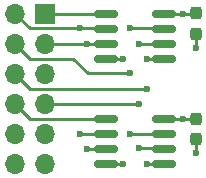
<source format=gtl>
G04 #@! TF.GenerationSoftware,KiCad,Pcbnew,6.0.1*
G04 #@! TF.CreationDate,2022-02-12T22:05:26-08:00*
G04 #@! TF.ProjectId,PMOD-PSRAM,504d4f44-2d50-4535-9241-4d2e6b696361,rev?*
G04 #@! TF.SameCoordinates,Original*
G04 #@! TF.FileFunction,Copper,L1,Top*
G04 #@! TF.FilePolarity,Positive*
%FSLAX46Y46*%
G04 Gerber Fmt 4.6, Leading zero omitted, Abs format (unit mm)*
G04 Created by KiCad (PCBNEW 6.0.1) date 2022-02-12 22:05:26*
%MOMM*%
%LPD*%
G01*
G04 APERTURE LIST*
G04 Aperture macros list*
%AMRoundRect*
0 Rectangle with rounded corners*
0 $1 Rounding radius*
0 $2 $3 $4 $5 $6 $7 $8 $9 X,Y pos of 4 corners*
0 Add a 4 corners polygon primitive as box body*
4,1,4,$2,$3,$4,$5,$6,$7,$8,$9,$2,$3,0*
0 Add four circle primitives for the rounded corners*
1,1,$1+$1,$2,$3*
1,1,$1+$1,$4,$5*
1,1,$1+$1,$6,$7*
1,1,$1+$1,$8,$9*
0 Add four rect primitives between the rounded corners*
20,1,$1+$1,$2,$3,$4,$5,0*
20,1,$1+$1,$4,$5,$6,$7,0*
20,1,$1+$1,$6,$7,$8,$9,0*
20,1,$1+$1,$8,$9,$2,$3,0*%
G04 Aperture macros list end*
G04 #@! TA.AperFunction,SMDPad,CuDef*
%ADD10RoundRect,0.237500X-0.237500X0.300000X-0.237500X-0.300000X0.237500X-0.300000X0.237500X0.300000X0*%
G04 #@! TD*
G04 #@! TA.AperFunction,SMDPad,CuDef*
%ADD11RoundRect,0.150000X-0.825000X-0.150000X0.825000X-0.150000X0.825000X0.150000X-0.825000X0.150000X0*%
G04 #@! TD*
G04 #@! TA.AperFunction,ComponentPad*
%ADD12R,1.700000X1.700000*%
G04 #@! TD*
G04 #@! TA.AperFunction,ComponentPad*
%ADD13O,1.700000X1.700000*%
G04 #@! TD*
G04 #@! TA.AperFunction,ViaPad*
%ADD14C,0.600000*%
G04 #@! TD*
G04 #@! TA.AperFunction,Conductor*
%ADD15C,0.250000*%
G04 #@! TD*
G04 APERTURE END LIST*
D10*
X156812500Y-100925000D03*
X156812500Y-102650000D03*
D11*
X149200000Y-92045000D03*
X149200000Y-93315000D03*
X149200000Y-94585000D03*
X149200000Y-95855000D03*
X154150000Y-95855000D03*
X154150000Y-94585000D03*
X154150000Y-93315000D03*
X154150000Y-92045000D03*
X149200000Y-100945000D03*
X149200000Y-102215000D03*
X149200000Y-103485000D03*
X149200000Y-104755000D03*
X154150000Y-104755000D03*
X154150000Y-103485000D03*
X154150000Y-102215000D03*
X154150000Y-100945000D03*
D10*
X156825000Y-92025000D03*
X156825000Y-93750000D03*
D12*
X144050000Y-92050000D03*
D13*
X141510000Y-92050000D03*
X144050000Y-94590000D03*
X141510000Y-94590000D03*
X144050000Y-97130000D03*
X141510000Y-97130000D03*
X144050000Y-99670000D03*
X141510000Y-99670000D03*
X144050000Y-102210000D03*
X141510000Y-102210000D03*
X144050000Y-104750000D03*
X141510000Y-104750000D03*
D14*
X155730000Y-100945000D03*
X155730000Y-92045000D03*
X156825000Y-94950000D03*
X156825000Y-103860000D03*
X150675000Y-104750000D03*
X150673500Y-95850000D03*
X147025000Y-93300000D03*
X146975000Y-102200000D03*
X152675000Y-104760000D03*
X152675000Y-98400000D03*
X152675000Y-95850000D03*
X147625000Y-94600000D03*
X147625000Y-103500000D03*
X151975000Y-99700000D03*
X151975000Y-103450000D03*
X151975000Y-94600000D03*
X151225000Y-97100000D03*
X151225000Y-102210000D03*
X151225000Y-93300000D03*
D15*
X154150000Y-92045000D02*
X155730000Y-92045000D01*
X155730000Y-100945000D02*
X155740000Y-100945000D01*
X156805000Y-92045000D02*
X156825000Y-92025000D01*
X155730000Y-92045000D02*
X156805000Y-92045000D01*
X156792500Y-100945000D02*
X156812500Y-100925000D01*
X154150000Y-100945000D02*
X155730000Y-100945000D01*
X155740000Y-100945000D02*
X156792500Y-100945000D01*
X149200000Y-104755000D02*
X150670000Y-104755000D01*
X156825000Y-93750000D02*
X156825000Y-94950000D01*
X150670000Y-104755000D02*
X150675000Y-104750000D01*
X150668500Y-95855000D02*
X150673500Y-95850000D01*
X156812500Y-102650000D02*
X156812500Y-103847500D01*
X149200000Y-95855000D02*
X150668500Y-95855000D01*
X156812500Y-103847500D02*
X156825000Y-103860000D01*
X149195000Y-92050000D02*
X149200000Y-92045000D01*
X144050000Y-92050000D02*
X149195000Y-92050000D01*
X146990000Y-102215000D02*
X146975000Y-102200000D01*
X149200000Y-102215000D02*
X146990000Y-102215000D01*
X149185000Y-93300000D02*
X149200000Y-93315000D01*
X141510000Y-92050000D02*
X142760000Y-93300000D01*
X147025000Y-93300000D02*
X149185000Y-93300000D01*
X142760000Y-93300000D02*
X147025000Y-93300000D01*
X152680000Y-104755000D02*
X152675000Y-104760000D01*
X154145000Y-95850000D02*
X154150000Y-95855000D01*
X152675000Y-95850000D02*
X154145000Y-95850000D01*
X142780000Y-98400000D02*
X152675000Y-98400000D01*
X141510000Y-97130000D02*
X142780000Y-98400000D01*
X154150000Y-104755000D02*
X152680000Y-104755000D01*
X149200000Y-103485000D02*
X147640000Y-103485000D01*
X147640000Y-103485000D02*
X147625000Y-103500000D01*
X147615000Y-94590000D02*
X147625000Y-94600000D01*
X144050000Y-94590000D02*
X147615000Y-94590000D01*
X149185000Y-94600000D02*
X149200000Y-94585000D01*
X147625000Y-94600000D02*
X149185000Y-94600000D01*
X154135000Y-94600000D02*
X154150000Y-94585000D01*
X144050000Y-99670000D02*
X151945000Y-99670000D01*
X151945000Y-99670000D02*
X151975000Y-99700000D01*
X151975000Y-94600000D02*
X154135000Y-94600000D01*
X154125000Y-103460000D02*
X154150000Y-103485000D01*
X151975000Y-103460000D02*
X154125000Y-103460000D01*
X154150000Y-102215000D02*
X151580000Y-102215000D01*
X141510000Y-94590000D02*
X142770000Y-95850000D01*
X142770000Y-95850000D02*
X146425000Y-95850000D01*
X154135000Y-93300000D02*
X151225000Y-93300000D01*
X151575000Y-102210000D02*
X151225000Y-102210000D01*
X147675000Y-97100000D02*
X151225000Y-97100000D01*
X154150000Y-93315000D02*
X154135000Y-93300000D01*
X146425000Y-95850000D02*
X147675000Y-97100000D01*
X151580000Y-102215000D02*
X151575000Y-102210000D01*
X142790000Y-100950000D02*
X147065000Y-100950000D01*
X147075000Y-100960000D02*
X149185000Y-100960000D01*
X141510000Y-99670000D02*
X142790000Y-100950000D01*
X147065000Y-100950000D02*
X147075000Y-100960000D01*
X149185000Y-100960000D02*
X149200000Y-100945000D01*
M02*

</source>
